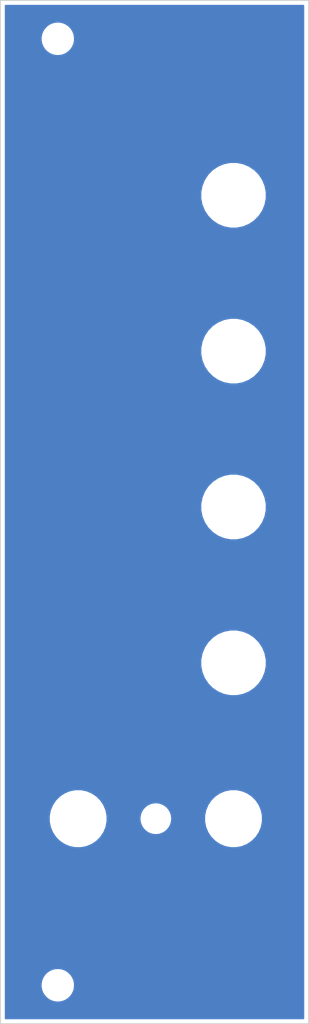
<source format=kicad_pcb>
(kicad_pcb (version 20171130) (host pcbnew 5.1.6-c6e7f7d~86~ubuntu20.04.1)

  (general
    (thickness 1.6)
    (drawings 12)
    (tracks 0)
    (zones 0)
    (modules 7)
    (nets 1)
  )

  (page A4)
  (title_block
    (title ADSR)
    (date 2019-09-22)
    (rev 01)
    (comment 1 "Original design by René Schmitz")
    (comment 2 "PCB for Panel")
    (comment 4 "License CC BY 4.0 - Attribution 4.0 International")
  )

  (layers
    (0 F.Cu signal)
    (31 B.Cu signal)
    (32 B.Adhes user)
    (33 F.Adhes user)
    (34 B.Paste user)
    (35 F.Paste user)
    (36 B.SilkS user)
    (37 F.SilkS user)
    (38 B.Mask user)
    (39 F.Mask user)
    (40 Dwgs.User user)
    (41 Cmts.User user)
    (42 Eco1.User user)
    (43 Eco2.User user)
    (44 Edge.Cuts user)
    (45 Margin user)
    (46 B.CrtYd user)
    (47 F.CrtYd user)
    (48 B.Fab user)
    (49 F.Fab user)
  )

  (setup
    (last_trace_width 0.25)
    (trace_clearance 0.2)
    (zone_clearance 0.508)
    (zone_45_only no)
    (trace_min 0.2)
    (via_size 0.8)
    (via_drill 0.4)
    (via_min_size 0.4)
    (via_min_drill 0.3)
    (uvia_size 0.3)
    (uvia_drill 0.1)
    (uvias_allowed no)
    (uvia_min_size 0.2)
    (uvia_min_drill 0.1)
    (edge_width 0.05)
    (segment_width 0.2)
    (pcb_text_width 0.3)
    (pcb_text_size 1.5 1.5)
    (mod_edge_width 0.12)
    (mod_text_size 1 1)
    (mod_text_width 0.15)
    (pad_size 5 5)
    (pad_drill 0)
    (pad_to_mask_clearance 0.051)
    (solder_mask_min_width 0.25)
    (aux_axis_origin 0 0)
    (visible_elements 7FFFFFFF)
    (pcbplotparams
      (layerselection 0x010f0_ffffffff)
      (usegerberextensions false)
      (usegerberattributes false)
      (usegerberadvancedattributes false)
      (creategerberjobfile false)
      (excludeedgelayer true)
      (linewidth 0.100000)
      (plotframeref false)
      (viasonmask false)
      (mode 1)
      (useauxorigin false)
      (hpglpennumber 1)
      (hpglpenspeed 20)
      (hpglpendiameter 15.000000)
      (psnegative false)
      (psa4output false)
      (plotreference true)
      (plotvalue true)
      (plotinvisibletext false)
      (padsonsilk false)
      (subtractmaskfromsilk false)
      (outputformat 1)
      (mirror false)
      (drillshape 0)
      (scaleselection 1)
      (outputdirectory "gerbers/"))
  )

  (net 0 "")

  (net_class Default "This is the default net class."
    (clearance 0.2)
    (trace_width 0.25)
    (via_dia 0.8)
    (via_drill 0.4)
    (uvia_dia 0.3)
    (uvia_drill 0.1)
  )

  (module elektrophon:panel_jack (layer F.Cu) (tedit 5DA46DDA) (tstamp 5D6B4C03)
    (at 55.88 132.08)
    (descr "Mounting Hole 8.4mm, no annular, M8")
    (tags "mounting hole 8.4mm no annular m8")
    (path /5D6B07F8)
    (attr virtual)
    (fp_text reference H7 (at 0 -9.4) (layer F.SilkS) hide
      (effects (font (size 1 1) (thickness 0.15)))
    )
    (fp_text value out (at 0 9.144) (layer F.Mask) hide
      (effects (font (size 2 1.4) (thickness 0.25)))
    )
    (fp_text user %R (at 0.3 0) (layer F.Fab) hide
      (effects (font (size 1 1) (thickness 0.15)))
    )
    (fp_circle (center 0 0) (end 4 0) (layer Cmts.User) (width 0.15))
    (fp_circle (center 0 0) (end 4.2 0) (layer F.CrtYd) (width 0.05))
    (pad "" np_thru_hole circle (at 0 0) (size 6.4 6.4) (drill 6.4) (layers *.Cu *.Mask))
    (model "${KIPRJMOD}/../../../lib/kicad/models/PJ301M-12 Thonkiconn v0.2.stp"
      (offset (xyz 0 0.8 -10.5))
      (scale (xyz 1 1 1))
      (rotate (xyz 0 0 0))
    )
  )

  (module elektrophon:panel_potentiometer (layer F.Cu) (tedit 5EE650CE) (tstamp 5D6B4BF9)
    (at 55.88 111.76)
    (descr "Mounting Hole 8.4mm, no annular, M8")
    (tags "mounting hole 8.4mm no annular m8")
    (path /5D6B02F1)
    (attr virtual)
    (fp_text reference H5 (at 0 -9.4) (layer F.SilkS) hide
      (effects (font (size 1 1) (thickness 0.15)))
    )
    (fp_text value release (at 0 9.144) (layer F.Mask) hide
      (effects (font (size 2 1.4) (thickness 0.25)))
    )
    (fp_text user %R (at 0.3 0) (layer F.Fab) hide
      (effects (font (size 1 1) (thickness 0.15)))
    )
    (fp_circle (center 0 0) (end 6.35 0) (layer Cmts.User) (width 0.15))
    (fp_circle (center 0 0) (end 6.6 0) (layer F.CrtYd) (width 0.05))
    (pad "" np_thru_hole circle (at 0 0) (size 7.4 7.4) (drill 7.4) (layers *.Cu *.Mask))
    (model ${KIPRJMOD}/../../../lib/kicad/models/ALPHA-RD901F-40.step
      (offset (xyz 0 0.5 -12))
      (scale (xyz 1 1 1))
      (rotate (xyz 0 0 0))
    )
  )

  (module elektrophon:panel_potentiometer (layer F.Cu) (tedit 5EE650CE) (tstamp 5D6B4BF4)
    (at 55.88 91.44)
    (descr "Mounting Hole 8.4mm, no annular, M8")
    (tags "mounting hole 8.4mm no annular m8")
    (path /5D6AFF0C)
    (attr virtual)
    (fp_text reference H4 (at 0 -9.4) (layer F.SilkS) hide
      (effects (font (size 1 1) (thickness 0.15)))
    )
    (fp_text value sustain (at 0 9.144) (layer F.Mask) hide
      (effects (font (size 2 1.4) (thickness 0.25)))
    )
    (fp_text user %R (at 0.3 0) (layer F.Fab) hide
      (effects (font (size 1 1) (thickness 0.15)))
    )
    (fp_circle (center 0 0) (end 6.35 0) (layer Cmts.User) (width 0.15))
    (fp_circle (center 0 0) (end 6.6 0) (layer F.CrtYd) (width 0.05))
    (pad "" np_thru_hole circle (at 0 0) (size 7.4 7.4) (drill 7.4) (layers *.Cu *.Mask))
    (model ${KIPRJMOD}/../../../lib/kicad/models/ALPHA-RD901F-40.step
      (offset (xyz 0 0.5 -12))
      (scale (xyz 1 1 1))
      (rotate (xyz 0 0 0))
    )
  )

  (module elektrophon:panel_potentiometer (layer F.Cu) (tedit 5EE650CE) (tstamp 5D6B4BEF)
    (at 55.88 71.12)
    (descr "Mounting Hole 8.4mm, no annular, M8")
    (tags "mounting hole 8.4mm no annular m8")
    (path /5D6AFC95)
    (attr virtual)
    (fp_text reference H3 (at 0 -9.4) (layer F.SilkS) hide
      (effects (font (size 1 1) (thickness 0.15)))
    )
    (fp_text value delay (at 0 9.144) (layer F.Mask) hide
      (effects (font (size 2 1.4) (thickness 0.25)))
    )
    (fp_text user %R (at 0.3 0) (layer F.Fab) hide
      (effects (font (size 1 1) (thickness 0.15)))
    )
    (fp_circle (center 0 0) (end 6.35 0) (layer Cmts.User) (width 0.15))
    (fp_circle (center 0 0) (end 6.6 0) (layer F.CrtYd) (width 0.05))
    (pad "" np_thru_hole circle (at 0 0) (size 7.4 7.4) (drill 7.4) (layers *.Cu *.Mask))
    (model ${KIPRJMOD}/../../../lib/kicad/models/ALPHA-RD901F-40.step
      (offset (xyz 0 0.5 -12))
      (scale (xyz 1 1 1))
      (rotate (xyz 0 0 0))
    )
  )

  (module elektrophon:panel_potentiometer (layer F.Cu) (tedit 5EE650CE) (tstamp 5D6B4BEA)
    (at 55.88 50.8)
    (descr "Mounting Hole 8.4mm, no annular, M8")
    (tags "mounting hole 8.4mm no annular m8")
    (path /5D6AFC22)
    (attr virtual)
    (fp_text reference H2 (at 0 -9.4) (layer F.SilkS) hide
      (effects (font (size 1 1) (thickness 0.15)))
    )
    (fp_text value attack (at 0 9.144) (layer F.Mask) hide
      (effects (font (size 2 1.4) (thickness 0.25)))
    )
    (fp_text user %R (at 0.3 0) (layer F.Fab) hide
      (effects (font (size 1 1) (thickness 0.15)))
    )
    (fp_circle (center 0 0) (end 6.35 0) (layer Cmts.User) (width 0.15))
    (fp_circle (center 0 0) (end 6.6 0) (layer F.CrtYd) (width 0.05))
    (pad "" np_thru_hole circle (at 0 0) (size 7.4 7.4) (drill 7.4) (layers *.Cu *.Mask))
    (model ${KIPRJMOD}/../../../lib/kicad/models/ALPHA-RD901F-40.step
      (offset (xyz 0 0.5 -12))
      (scale (xyz 1 1 1))
      (rotate (xyz 0 0 0))
    )
  )

  (module elektrophon:panel_jack (layer F.Cu) (tedit 5DA46DDA) (tstamp 5D6B4BE5)
    (at 35.56 132.08)
    (descr "Mounting Hole 8.4mm, no annular, M8")
    (tags "mounting hole 8.4mm no annular m8")
    (path /5D6B047C)
    (attr virtual)
    (fp_text reference H1 (at 0 -9.4) (layer F.SilkS) hide
      (effects (font (size 1 1) (thickness 0.15)))
    )
    (fp_text value in (at 0 9.144) (layer F.Mask) hide
      (effects (font (size 2 1.4) (thickness 0.25)))
    )
    (fp_text user %R (at 0.3 0) (layer F.Fab) hide
      (effects (font (size 1 1) (thickness 0.15)))
    )
    (fp_circle (center 0 0) (end 4 0) (layer Cmts.User) (width 0.15))
    (fp_circle (center 0 0) (end 4.2 0) (layer F.CrtYd) (width 0.05))
    (pad "" np_thru_hole circle (at 0 0) (size 6.4 6.4) (drill 6.4) (layers *.Cu *.Mask))
    (model "${KIPRJMOD}/../../../lib/kicad/models/PJ301M-12 Thonkiconn v0.2.stp"
      (offset (xyz 0 0.8 -10.5))
      (scale (xyz 1 1 1))
      (rotate (xyz 0 0 0))
    )
  )

  (module elektrophon:LED_Monitor (layer F.Cu) (tedit 5DE4F2C0) (tstamp 5D6B4BFE)
    (at 45.72 132.08)
    (descr "Imported from LED Monitor.svg")
    (tags svg2mod)
    (path /5D6B0CB4)
    (zone_connect 2)
    (attr smd)
    (fp_text reference H6 (at 0 -5.054774) (layer F.SilkS) hide
      (effects (font (size 1.524 1.524) (thickness 0.3048)))
    )
    (fp_text value LED (at 0 5.054774) (layer F.SilkS) hide
      (effects (font (size 1.524 1.524) (thickness 0.3048)))
    )
    (fp_circle (center 0 0) (end 1 0) (layer B.Mask) (width 2))
    (fp_circle (center 0 0) (end 1 0) (layer F.Mask) (width 2))
  )

  (gr_text R01 (at 60.12 155.09) (layer F.Cu)
    (effects (font (size 2 1.4) (thickness 0.25)))
  )
  (gr_text out (at 55.88 141.22) (layer F.Mask) (tstamp 5D87320C)
    (effects (font (size 2 1.4) (thickness 0.25)))
  )
  (gr_text in (at 35.58 141.2) (layer F.Mask) (tstamp 5D87320C)
    (effects (font (size 2 1.4) (thickness 0.25)))
  )
  (gr_text release (at 55.88 120.91) (layer F.Mask) (tstamp 5D87320C)
    (effects (font (size 2 1.4) (thickness 0.25)))
  )
  (gr_text sustain (at 55.88 100.58) (layer F.Mask) (tstamp 5D87320C)
    (effects (font (size 2 1.4) (thickness 0.25)))
  )
  (gr_text decay (at 55.87 80.27) (layer F.Mask) (tstamp 5D87320C)
    (effects (font (size 2 1.4) (thickness 0.25)))
  )
  (gr_text attack (at 55.88 59.95) (layer F.Mask)
    (effects (font (size 2 1.4) (thickness 0.25)))
  )
  (gr_text adsr (at 45.72 30.48) (layer F.Mask)
    (effects (font (size 3 3) (thickness 0.35)))
  )
  (gr_line (start 65.7 158.8) (end 25.4 158.8) (layer Edge.Cuts) (width 0.12))
  (gr_line (start 65.7 25.4) (end 65.7 158.8) (layer Edge.Cuts) (width 0.12))
  (gr_line (start 25.4 25.4) (end 25.4 158.8) (layer Edge.Cuts) (width 0.12))
  (gr_line (start 25.4 25.4) (end 65.7 25.4) (layer Edge.Cuts) (width 0.12))

  (zone (net 0) (net_name "") (layer B.Cu) (tstamp 5D874006) (hatch edge 0.508)
    (connect_pads (clearance 0.508))
    (min_thickness 0.254)
    (fill yes (arc_segments 32) (thermal_gap 0.508) (thermal_bridge_width 0.508))
    (polygon
      (pts
        (xy 25.39 25.34) (xy 65.72 25.41) (xy 65.69 158.79) (xy 25.41 158.79)
      )
    )
    (filled_polygon
      (pts
        (xy 65.005001 158.105) (xy 26.095 158.105) (xy 26.095 153.579872) (xy 30.665 153.579872) (xy 30.665 154.020128)
        (xy 30.75089 154.451925) (xy 30.919369 154.858669) (xy 31.163962 155.224729) (xy 31.475271 155.536038) (xy 31.841331 155.780631)
        (xy 32.248075 155.94911) (xy 32.679872 156.035) (xy 33.120128 156.035) (xy 33.551925 155.94911) (xy 33.958669 155.780631)
        (xy 34.324729 155.536038) (xy 34.636038 155.224729) (xy 34.880631 154.858669) (xy 35.04911 154.451925) (xy 35.135 154.020128)
        (xy 35.135 153.579872) (xy 35.04911 153.148075) (xy 34.880631 152.741331) (xy 34.636038 152.375271) (xy 34.324729 152.063962)
        (xy 33.958669 151.819369) (xy 33.551925 151.65089) (xy 33.120128 151.565) (xy 32.679872 151.565) (xy 32.248075 151.65089)
        (xy 31.841331 151.819369) (xy 31.475271 152.063962) (xy 31.163962 152.375271) (xy 30.919369 152.741331) (xy 30.75089 153.148075)
        (xy 30.665 153.579872) (xy 26.095 153.579872) (xy 26.095 131.702285) (xy 31.725 131.702285) (xy 31.725 132.457715)
        (xy 31.872377 133.198628) (xy 32.161467 133.896554) (xy 32.581161 134.52467) (xy 33.11533 135.058839) (xy 33.743446 135.478533)
        (xy 34.441372 135.767623) (xy 35.182285 135.915) (xy 35.937715 135.915) (xy 36.678628 135.767623) (xy 37.376554 135.478533)
        (xy 38.00467 135.058839) (xy 38.538839 134.52467) (xy 38.958533 133.896554) (xy 39.247623 133.198628) (xy 39.395 132.457715)
        (xy 39.395 132.076313) (xy 43.59301 132.076313) (xy 43.59381 132.139313) (xy 43.593926 132.143348) (xy 43.596726 132.206248)
        (xy 43.596969 132.210279) (xy 43.601769 132.273079) (xy 43.60214 132.277093) (xy 43.60894 132.339793) (xy 43.609417 132.343637)
        (xy 43.618117 132.406037) (xy 43.618744 132.410065) (xy 43.629444 132.472165) (xy 43.630208 132.476204) (xy 43.642908 132.537904)
        (xy 43.643756 132.541725) (xy 43.658356 132.603025) (xy 43.659333 132.606862) (xy 43.675833 132.667662) (xy 43.676946 132.671522)
        (xy 43.695346 132.731722) (xy 43.696561 132.735485) (xy 43.716861 132.795185) (xy 43.718261 132.799092) (xy 43.740461 132.857992)
        (xy 43.741862 132.861545) (xy 43.765862 132.919845) (xy 43.767429 132.923491) (xy 43.793229 132.980991) (xy 43.795028 132.984827)
        (xy 43.822728 133.041427) (xy 43.824485 133.044883) (xy 43.853885 133.100583) (xy 43.855748 133.103984) (xy 43.886848 133.158784)
        (xy 43.889008 133.162446) (xy 43.921908 133.216146) (xy 43.923944 133.21936) (xy 43.958444 133.27206) (xy 43.960733 133.275438)
        (xy 43.996933 133.327038) (xy 43.9993 133.3303) (xy 44.0371 133.3807) (xy 44.039471 133.383762) (xy 44.078771 133.432962)
        (xy 44.081418 133.436168) (xy 44.122318 133.484068) (xy 44.124873 133.486969) (xy 44.167273 133.533669) (xy 44.170096 133.536679)
        (xy 44.213896 133.581879) (xy 44.216617 133.584603) (xy 44.261817 133.628503) (xy 44.26483 133.631336) (xy 44.31143 133.673736)
        (xy 44.314432 133.676382) (xy 44.362332 133.717282) (xy 44.365415 133.719831) (xy 44.414615 133.759231) (xy 44.417671 133.761603)
        (xy 44.468071 133.799503) (xy 44.471367 133.8019) (xy 44.522867 133.8381) (xy 44.526199 133.840364) (xy 44.578899 133.874964)
        (xy 44.582254 133.877092) (xy 44.635954 133.909992) (xy 44.639377 133.912016) (xy 44.694077 133.943216) (xy 44.69756 133.945131)
        (xy 44.75326 133.974631) (xy 44.756873 133.976472) (xy 44.813473 134.004172) (xy 44.817066 134.005861) (xy 44.874466 134.031761)
        (xy 44.878355 134.033438) (xy 44.936655 134.057438) (xy 44.940032 134.058772) (xy 44.998932 134.081072) (xy 45.002953 134.082518)
        (xy 45.062553 134.102818) (xy 45.06625 134.104014) (xy 45.12655 134.122514) (xy 45.13035 134.123616) (xy 45.19115 134.140216)
        (xy 45.19513 134.141233) (xy 45.25633 134.155833) (xy 45.260236 134.1567) (xy 45.322036 134.1694) (xy 45.325806 134.170116)
        (xy 45.387806 134.180916) (xy 45.391865 134.181556) (xy 45.454265 134.190356) (xy 45.458307 134.19086) (xy 45.521007 134.19766)
        (xy 45.525021 134.198031) (xy 45.587821 134.202831) (xy 45.591651 134.203065) (xy 45.654551 134.205965) (xy 45.658586 134.206087)
        (xy 45.721586 134.206987) (xy 45.7374 134.20553) (xy 45.75553 134.206736) (xy 45.81853 134.204736) (xy 45.82256 134.204544)
        (xy 45.88546 134.200544) (xy 45.889298 134.200241) (xy 45.951998 134.194341) (xy 45.956224 134.193872) (xy 46.018724 134.185872)
        (xy 46.022366 134.185352) (xy 46.084566 134.175552) (xy 46.088776 134.174816) (xy 46.150676 134.162916) (xy 46.154506 134.162119)
        (xy 46.216006 134.148319) (xy 46.219855 134.147392) (xy 46.280855 134.131692) (xy 46.284675 134.130645) (xy 46.345175 134.113045)
        (xy 46.349013 134.111862) (xy 46.408913 134.092362) (xy 46.412775 134.091036) (xy 46.471975 134.069636) (xy 46.475723 134.068214)
        (xy 46.534323 134.044914) (xy 46.537987 134.04339) (xy 46.595787 134.01829) (xy 46.599402 134.016653) (xy 46.656402 133.989753)
        (xy 46.659964 133.988003) (xy 46.715964 133.959403) (xy 46.71962 133.95746) (xy 46.77482 133.92696) (xy 46.778117 133.925073)
        (xy 46.832317 133.892973) (xy 46.83594 133.890745) (xy 46.88904 133.856845) (xy 46.892213 133.854752) (xy 46.944313 133.819252)
        (xy 46.947606 133.816931) (xy 46.998506 133.779831) (xy 47.001726 133.777404) (xy 47.051426 133.738704) (xy 47.054445 133.736279)
        (xy 47.102945 133.696079) (xy 47.106099 133.693376) (xy 47.153299 133.651576) (xy 47.156242 133.648887) (xy 47.202042 133.605687)
        (xy 47.205004 133.6028) (xy 47.249404 133.5581) (xy 47.251976 133.555434) (xy 47.295076 133.509434) (xy 47.297952 133.506259)
        (xy 47.339452 133.458859) (xy 47.341859 133.456027) (xy 47.381959 133.407427) (xy 47.384551 133.404179) (xy 47.423051 133.354279)
        (xy 47.425392 133.351146) (xy 47.462292 133.300146) (xy 47.464759 133.296611) (xy 47.499959 133.244311) (xy 47.501977 133.241217)
        (xy 47.535577 133.188017) (xy 47.537666 133.184592) (xy 47.569666 133.130192) (xy 47.571747 133.126515) (xy 47.601847 133.071215)
        (xy 47.603568 133.06794) (xy 47.632068 133.01174) (xy 47.633921 133.007929) (xy 47.660521 132.950829) (xy 47.662069 132.947374)
        (xy 47.686969 132.889474) (xy 47.68852 132.8857) (xy 47.71152 132.8271) (xy 47.712974 132.82321) (xy 47.734074 132.76381)
        (xy 47.735299 132.760189) (xy 47.754599 132.700189) (xy 47.755806 132.696216) (xy 47.773106 132.635716) (xy 47.774101 132.632028)
        (xy 47.789601 132.570928) (xy 47.790556 132.566888) (xy 47.804056 132.505288) (xy 47.804863 132.501298) (xy 47.816363 132.439398)
        (xy 47.816988 132.435738) (xy 47.826688 132.373438) (xy 47.827271 132.36923) (xy 47.834871 132.30673) (xy 47.835278 132.302898)
        (xy 47.840978 132.240198) (xy 47.841281 132.236158) (xy 47.844981 132.173258) (xy 47.845154 132.169226) (xy 47.846854 132.106226)
        (xy 47.846899 132.102195) (xy 47.846599 132.039195) (xy 47.846515 132.035167) (xy 47.844215 131.972167) (xy 47.844018 131.968339)
        (xy 47.839818 131.905439) (xy 47.839482 131.901383) (xy 47.833282 131.838783) (xy 47.832821 131.834779) (xy 47.824621 131.772279)
        (xy 47.824026 131.768248) (xy 47.813826 131.706048) (xy 47.81315 131.702285) (xy 52.045 131.702285) (xy 52.045 132.457715)
        (xy 52.192377 133.198628) (xy 52.481467 133.896554) (xy 52.901161 134.52467) (xy 53.43533 135.058839) (xy 54.063446 135.478533)
        (xy 54.761372 135.767623) (xy 55.502285 135.915) (xy 56.257715 135.915) (xy 56.998628 135.767623) (xy 57.696554 135.478533)
        (xy 58.32467 135.058839) (xy 58.858839 134.52467) (xy 59.278533 133.896554) (xy 59.567623 133.198628) (xy 59.715 132.457715)
        (xy 59.715 131.702285) (xy 59.567623 130.961372) (xy 59.278533 130.263446) (xy 58.858839 129.63533) (xy 58.32467 129.101161)
        (xy 57.696554 128.681467) (xy 56.998628 128.392377) (xy 56.257715 128.245) (xy 55.502285 128.245) (xy 54.761372 128.392377)
        (xy 54.063446 128.681467) (xy 53.43533 129.101161) (xy 52.901161 129.63533) (xy 52.481467 130.263446) (xy 52.192377 130.961372)
        (xy 52.045 131.702285) (xy 47.81315 131.702285) (xy 47.813134 131.702198) (xy 47.801034 131.640398) (xy 47.800222 131.636567)
        (xy 47.786222 131.575167) (xy 47.785245 131.571178) (xy 47.769245 131.510178) (xy 47.768165 131.506314) (xy 47.750265 131.445914)
        (xy 47.749063 131.442081) (xy 47.729263 131.382281) (xy 47.728007 131.378669) (xy 47.706407 131.319469) (xy 47.704919 131.31559)
        (xy 47.681419 131.25719) (xy 47.679836 131.253432) (xy 47.654436 131.195732) (xy 47.65286 131.192291) (xy 47.62576 131.135391)
        (xy 47.623915 131.131675) (xy 47.595015 131.075775) (xy 47.593142 131.072287) (xy 47.562442 131.017187) (xy 47.560402 131.013659)
        (xy 47.528002 130.959659) (xy 47.525903 130.956283) (xy 47.491803 130.903283) (xy 47.489636 130.900025) (xy 47.453936 130.848125)
        (xy 47.451669 130.844936) (xy 47.414369 130.794136) (xy 47.411757 130.790703) (xy 47.372757 130.741203) (xy 47.370415 130.738318)
        (xy 47.330015 130.690018) (xy 47.327298 130.686876) (xy 47.285298 130.639876) (xy 47.282594 130.636944) (xy 47.239194 130.591344)
        (xy 47.236396 130.588495) (xy 47.191496 130.544195) (xy 47.188609 130.541435) (xy 47.142409 130.498635) (xy 47.139544 130.496061)
        (xy 47.092044 130.454661) (xy 47.088867 130.451982) (xy 47.040067 130.412182) (xy 47.036931 130.409705) (xy 46.986831 130.371405)
        (xy 46.983555 130.368983) (xy 46.932355 130.332383) (xy 46.929179 130.330185) (xy 46.876779 130.295085) (xy 46.873446 130.292927)
        (xy 46.820046 130.259527) (xy 46.816403 130.257332) (xy 46.761903 130.225732) (xy 46.758675 130.223923) (xy 46.703275 130.193923)
        (xy 46.699677 130.192048) (xy 46.643377 130.163848) (xy 46.639644 130.162054) (xy 46.582344 130.135654) (xy 46.578618 130.134009)
        (xy 46.520618 130.109509) (xy 46.517182 130.108116) (xy 46.458482 130.085316) (xy 46.454589 130.083877) (xy 46.395089 130.062977)
        (xy 46.39134 130.061726) (xy 46.33134 130.042726) (xy 46.327437 130.041558) (xy 46.266737 130.024458) (xy 46.26277 130.023409)
        (xy 46.20167 130.008309) (xy 46.198003 130.007461) (xy 46.136403 129.994161) (xy 46.132372 129.993358) (xy 46.070372 129.982058)
        (xy 46.066351 129.981392) (xy 46.004051 129.972092) (xy 46.000209 129.971578) (xy 45.937609 129.964178) (xy 45.93358 129.963767)
        (xy 45.87078 129.958367) (xy 45.866755 129.958085) (xy 45.803855 129.954685) (xy 45.800023 129.954536) (xy 45.737023 129.953036)
        (xy 45.732791 129.953006) (xy 45.669791 129.953606) (xy 45.665956 129.9537) (xy 45.603056 129.9562) (xy 45.599023 129.956425)
        (xy 45.536223 129.960925) (xy 45.532204 129.961277) (xy 45.469504 129.967777) (xy 45.465459 129.968262) (xy 45.403059 129.976762)
        (xy 45.399256 129.977339) (xy 45.337056 129.987739) (xy 45.333016 129.988482) (xy 45.271216 130.000882) (xy 45.267348 130.001721)
        (xy 45.206048 130.016021) (xy 45.202064 130.017018) (xy 45.141164 130.033318) (xy 45.137488 130.034362) (xy 45.077188 130.052462)
        (xy 45.073237 130.053718) (xy 45.013437 130.073818) (xy 45.009706 130.075138) (xy 44.950706 130.097038) (xy 44.947143 130.098421)
        (xy 44.888743 130.122121) (xy 44.884846 130.123779) (xy 44.827346 130.149379) (xy 44.823821 130.151014) (xy 44.767021 130.178414)
        (xy 44.763316 130.180276) (xy 44.707516 130.209476) (xy 44.704108 130.211326) (xy 44.649208 130.242226) (xy 44.645774 130.24423)
        (xy 44.591874 130.27683) (xy 44.588507 130.278939) (xy 44.535607 130.313239) (xy 44.532128 130.315578) (xy 44.480428 130.351578)
        (xy 44.477382 130.353766) (xy 44.426782 130.391266) (xy 44.423457 130.393816) (xy 44.374057 130.433016) (xy 44.370965 130.43555)
        (xy 44.322865 130.47625) (xy 44.319964 130.478782) (xy 44.273164 130.520882) (xy 44.270027 130.523801) (xy 44.224627 130.567501)
        (xy 44.221995 130.570109) (xy 44.177895 130.615109) (xy 44.175048 130.61811) (xy 44.132448 130.66451) (xy 44.129888 130.667385)
        (xy 44.088688 130.715085) (xy 44.086024 130.718273) (xy 44.046424 130.767273) (xy 44.04394 130.770449) (xy 44.00594 130.820649)
        (xy 44.003652 130.823769) (xy 43.967152 130.875169) (xy 43.964844 130.878533) (xy 43.930044 130.931033) (xy 43.927843 130.934471)
        (xy 43.894743 130.988071) (xy 43.892794 130.991335) (xy 43.861294 131.045935) (xy 43.85928 131.049562) (xy 43.82958 131.105162)
        (xy 43.827767 131.108689) (xy 43.799867 131.165089) (xy 43.798201 131.168589) (xy 43.772001 131.225889) (xy 43.770305 131.229768)
        (xy 43.746005 131.287968) (xy 43.744587 131.291512) (xy 43.722087 131.350312) (xy 43.720689 131.35415) (xy 43.700089 131.41365)
        (xy 43.698874 131.417342) (xy 43.680074 131.477542) (xy 43.678902 131.481524) (xy 43.662102 131.542224) (xy 43.661104 131.546058)
        (xy 43.646204 131.607258) (xy 43.645328 131.611116) (xy 43.632328 131.672816) (xy 43.631553 131.676814) (xy 43.620553 131.738814)
        (xy 43.619929 131.742673) (xy 43.610829 131.805073) (xy 43.610309 131.809088) (xy 43.603209 131.871688) (xy 43.602817 131.87572)
        (xy 43.597717 131.93852) (xy 43.597454 131.942548) (xy 43.594354 132.005448) (xy 43.594223 132.009281) (xy 43.593023 132.072281)
        (xy 43.59301 132.076313) (xy 39.395 132.076313) (xy 39.395 131.702285) (xy 39.247623 130.961372) (xy 38.958533 130.263446)
        (xy 38.538839 129.63533) (xy 38.00467 129.101161) (xy 37.376554 128.681467) (xy 36.678628 128.392377) (xy 35.937715 128.245)
        (xy 35.182285 128.245) (xy 34.441372 128.392377) (xy 33.743446 128.681467) (xy 33.11533 129.101161) (xy 32.581161 129.63533)
        (xy 32.161467 130.263446) (xy 31.872377 130.961372) (xy 31.725 131.702285) (xy 26.095 131.702285) (xy 26.095 111.33304)
        (xy 51.545 111.33304) (xy 51.545 112.18696) (xy 51.711592 113.024473) (xy 52.038373 113.813392) (xy 52.512786 114.523401)
        (xy 53.116599 115.127214) (xy 53.826608 115.601627) (xy 54.615527 115.928408) (xy 55.45304 116.095) (xy 56.30696 116.095)
        (xy 57.144473 115.928408) (xy 57.933392 115.601627) (xy 58.643401 115.127214) (xy 59.247214 114.523401) (xy 59.721627 113.813392)
        (xy 60.048408 113.024473) (xy 60.215 112.18696) (xy 60.215 111.33304) (xy 60.048408 110.495527) (xy 59.721627 109.706608)
        (xy 59.247214 108.996599) (xy 58.643401 108.392786) (xy 57.933392 107.918373) (xy 57.144473 107.591592) (xy 56.30696 107.425)
        (xy 55.45304 107.425) (xy 54.615527 107.591592) (xy 53.826608 107.918373) (xy 53.116599 108.392786) (xy 52.512786 108.996599)
        (xy 52.038373 109.706608) (xy 51.711592 110.495527) (xy 51.545 111.33304) (xy 26.095 111.33304) (xy 26.095 91.01304)
        (xy 51.545 91.01304) (xy 51.545 91.86696) (xy 51.711592 92.704473) (xy 52.038373 93.493392) (xy 52.512786 94.203401)
        (xy 53.116599 94.807214) (xy 53.826608 95.281627) (xy 54.615527 95.608408) (xy 55.45304 95.775) (xy 56.30696 95.775)
        (xy 57.144473 95.608408) (xy 57.933392 95.281627) (xy 58.643401 94.807214) (xy 59.247214 94.203401) (xy 59.721627 93.493392)
        (xy 60.048408 92.704473) (xy 60.215 91.86696) (xy 60.215 91.01304) (xy 60.048408 90.175527) (xy 59.721627 89.386608)
        (xy 59.247214 88.676599) (xy 58.643401 88.072786) (xy 57.933392 87.598373) (xy 57.144473 87.271592) (xy 56.30696 87.105)
        (xy 55.45304 87.105) (xy 54.615527 87.271592) (xy 53.826608 87.598373) (xy 53.116599 88.072786) (xy 52.512786 88.676599)
        (xy 52.038373 89.386608) (xy 51.711592 90.175527) (xy 51.545 91.01304) (xy 26.095 91.01304) (xy 26.095 70.69304)
        (xy 51.545 70.69304) (xy 51.545 71.54696) (xy 51.711592 72.384473) (xy 52.038373 73.173392) (xy 52.512786 73.883401)
        (xy 53.116599 74.487214) (xy 53.826608 74.961627) (xy 54.615527 75.288408) (xy 55.45304 75.455) (xy 56.30696 75.455)
        (xy 57.144473 75.288408) (xy 57.933392 74.961627) (xy 58.643401 74.487214) (xy 59.247214 73.883401) (xy 59.721627 73.173392)
        (xy 60.048408 72.384473) (xy 60.215 71.54696) (xy 60.215 70.69304) (xy 60.048408 69.855527) (xy 59.721627 69.066608)
        (xy 59.247214 68.356599) (xy 58.643401 67.752786) (xy 57.933392 67.278373) (xy 57.144473 66.951592) (xy 56.30696 66.785)
        (xy 55.45304 66.785) (xy 54.615527 66.951592) (xy 53.826608 67.278373) (xy 53.116599 67.752786) (xy 52.512786 68.356599)
        (xy 52.038373 69.066608) (xy 51.711592 69.855527) (xy 51.545 70.69304) (xy 26.095 70.69304) (xy 26.095 50.37304)
        (xy 51.545 50.37304) (xy 51.545 51.22696) (xy 51.711592 52.064473) (xy 52.038373 52.853392) (xy 52.512786 53.563401)
        (xy 53.116599 54.167214) (xy 53.826608 54.641627) (xy 54.615527 54.968408) (xy 55.45304 55.135) (xy 56.30696 55.135)
        (xy 57.144473 54.968408) (xy 57.933392 54.641627) (xy 58.643401 54.167214) (xy 59.247214 53.563401) (xy 59.721627 52.853392)
        (xy 60.048408 52.064473) (xy 60.215 51.22696) (xy 60.215 50.37304) (xy 60.048408 49.535527) (xy 59.721627 48.746608)
        (xy 59.247214 48.036599) (xy 58.643401 47.432786) (xy 57.933392 46.958373) (xy 57.144473 46.631592) (xy 56.30696 46.465)
        (xy 55.45304 46.465) (xy 54.615527 46.631592) (xy 53.826608 46.958373) (xy 53.116599 47.432786) (xy 52.512786 48.036599)
        (xy 52.038373 48.746608) (xy 51.711592 49.535527) (xy 51.545 50.37304) (xy 26.095 50.37304) (xy 26.095 30.179872)
        (xy 30.665 30.179872) (xy 30.665 30.620128) (xy 30.75089 31.051925) (xy 30.919369 31.458669) (xy 31.163962 31.824729)
        (xy 31.475271 32.136038) (xy 31.841331 32.380631) (xy 32.248075 32.54911) (xy 32.679872 32.635) (xy 33.120128 32.635)
        (xy 33.551925 32.54911) (xy 33.958669 32.380631) (xy 34.324729 32.136038) (xy 34.636038 31.824729) (xy 34.880631 31.458669)
        (xy 35.04911 31.051925) (xy 35.135 30.620128) (xy 35.135 30.179872) (xy 35.04911 29.748075) (xy 34.880631 29.341331)
        (xy 34.636038 28.975271) (xy 34.324729 28.663962) (xy 33.958669 28.419369) (xy 33.551925 28.25089) (xy 33.120128 28.165)
        (xy 32.679872 28.165) (xy 32.248075 28.25089) (xy 31.841331 28.419369) (xy 31.475271 28.663962) (xy 31.163962 28.975271)
        (xy 30.919369 29.341331) (xy 30.75089 29.748075) (xy 30.665 30.179872) (xy 26.095 30.179872) (xy 26.095 26.095)
        (xy 65.005 26.095)
      )
    )
  )
  (zone (net 0) (net_name "") (layer B.Cu) (tstamp 0) (hatch edge 0.508)
    (connect_pads (clearance 0.508))
    (min_thickness 0.254)
    (keepout (tracks allowed) (vias allowed) (copperpour not_allowed))
    (fill (arc_segments 32) (thermal_gap 0.508) (thermal_bridge_width 0.508))
    (polygon
      (pts
        (xy 45.72 132.08) (xy 45.7234 134.08) (xy 45.6604 134.0791) (xy 45.5975 134.0762) (xy 45.5347 134.0714)
        (xy 45.472 134.0646) (xy 45.4096 134.0558) (xy 45.3476 134.045) (xy 45.2858 134.0323) (xy 45.2246 134.0177)
        (xy 45.1638 134.0011) (xy 45.1035 133.9826) (xy 45.0439 133.9623) (xy 44.985 133.94) (xy 44.9267 133.916)
        (xy 44.8693 133.8901) (xy 44.8127 133.8624) (xy 44.757 133.8329) (xy 44.7023 133.8017) (xy 44.6486 133.7688)
        (xy 44.5959 133.7342) (xy 44.5444 133.698) (xy 44.494 133.6601) (xy 44.4448 133.6207) (xy 44.3969 133.5798)
        (xy 44.3503 133.5374) (xy 44.3051 133.4935) (xy 44.2613 133.4483) (xy 44.2189 133.4016) (xy 44.178 133.3537)
        (xy 44.1387 133.3045) (xy 44.1009 133.2541) (xy 44.0647 133.2025) (xy 44.0302 133.1498) (xy 43.9973 133.0961)
        (xy 43.9662 133.0413) (xy 43.9368 132.9856) (xy 43.9091 132.929) (xy 43.8833 132.8715) (xy 43.8593 132.8132)
        (xy 43.8371 132.7543) (xy 43.8168 132.6946) (xy 43.7984 132.6344) (xy 43.7819 132.5736) (xy 43.7673 132.5123)
        (xy 43.7546 132.4506) (xy 43.7439 132.3885) (xy 43.7352 132.3261) (xy 43.7284 132.2634) (xy 43.7236 132.2006)
        (xy 43.7208 132.1377) (xy 43.72 132.0747) (xy 43.7212 132.0117) (xy 43.7243 131.9488) (xy 43.7294 131.886)
        (xy 43.7365 131.8234) (xy 43.7456 131.761) (xy 43.7566 131.699) (xy 43.7696 131.6373) (xy 43.7845 131.5761)
        (xy 43.8013 131.5154) (xy 43.8201 131.4552) (xy 43.8407 131.3957) (xy 43.8632 131.3369) (xy 43.8875 131.2787)
        (xy 43.9137 131.2214) (xy 43.9416 131.165) (xy 43.9713 131.1094) (xy 44.0028 131.0548) (xy 44.0359 131.0012)
        (xy 44.0707 130.9487) (xy 44.1072 130.8973) (xy 44.1452 130.8471) (xy 44.1848 130.7981) (xy 44.226 130.7504)
        (xy 44.2686 130.704) (xy 44.3127 130.659) (xy 44.3581 130.6153) (xy 44.4049 130.5732) (xy 44.453 130.5325)
        (xy 44.5024 130.4933) (xy 44.553 130.4558) (xy 44.6047 130.4198) (xy 44.6576 130.3855) (xy 44.7115 130.3529)
        (xy 44.7664 130.322) (xy 44.8222 130.2928) (xy 44.879 130.2654) (xy 44.9365 130.2398) (xy 44.9949 130.2161)
        (xy 45.0539 130.1942) (xy 45.1137 130.1741) (xy 45.174 130.156) (xy 45.2349 130.1397) (xy 45.2962 130.1254)
        (xy 45.358 130.113) (xy 45.4202 130.1026) (xy 45.4826 130.0941) (xy 45.5453 130.0876) (xy 45.6081 130.0831)
        (xy 45.671 130.0806) (xy 45.734 130.08) (xy 45.797 130.0815) (xy 45.8599 130.0849) (xy 45.9227 130.0903)
        (xy 45.9853 130.0977) (xy 46.0476 130.107) (xy 46.1096 130.1183) (xy 46.1712 130.1316) (xy 46.2323 130.1467)
        (xy 46.293 130.1638) (xy 46.353 130.1828) (xy 46.4125 130.2037) (xy 46.4712 130.2265) (xy 46.5292 130.251)
        (xy 46.5865 130.2774) (xy 46.6428 130.3056) (xy 46.6982 130.3356) (xy 46.7527 130.3672) (xy 46.8061 130.4006)
        (xy 46.8585 130.4357) (xy 46.9097 130.4723) (xy 46.9598 130.5106) (xy 47.0086 130.5504) (xy 47.0561 130.5918)
        (xy 47.1023 130.6346) (xy 47.1472 130.6789) (xy 47.1906 130.7245) (xy 47.2326 130.7715) (xy 47.273 130.8198)
        (xy 47.312 130.8693) (xy 47.3493 130.9201) (xy 47.385 130.972) (xy 47.4191 131.025) (xy 47.4515 131.079)
        (xy 47.4822 131.1341) (xy 47.5111 131.19) (xy 47.5382 131.2469) (xy 47.5636 131.3046) (xy 47.5871 131.363)
        (xy 47.6087 131.4222) (xy 47.6285 131.482) (xy 47.6464 131.5424) (xy 47.6624 131.6034) (xy 47.6764 131.6648)
        (xy 47.6885 131.7266) (xy 47.6987 131.7888) (xy 47.7069 131.8513) (xy 47.7131 131.9139) (xy 47.7173 131.9768)
        (xy 47.7196 132.0398) (xy 47.7199 132.1028) (xy 47.7182 132.1658) (xy 47.7145 132.2287) (xy 47.7088 132.2914)
        (xy 47.7012 132.3539) (xy 47.6915 132.4162) (xy 47.68 132.4781) (xy 47.6665 132.5397) (xy 47.651 132.6008)
        (xy 47.6337 132.6613) (xy 47.6144 132.7213) (xy 47.5933 132.7807) (xy 47.5703 132.8393) (xy 47.5454 132.8972)
        (xy 47.5188 132.9543) (xy 47.4903 133.0105) (xy 47.4602 133.0658) (xy 47.4282 133.1202) (xy 47.3946 133.1734)
        (xy 47.3594 133.2257) (xy 47.3225 133.2767) (xy 47.284 133.3266) (xy 47.2439 133.3752) (xy 47.2024 133.4226)
        (xy 47.1593 133.4686) (xy 47.1149 133.5133) (xy 47.0691 133.5565) (xy 47.0219 133.5983) (xy 46.9734 133.6385)
        (xy 46.9237 133.6772) (xy 46.8728 133.7143) (xy 46.8207 133.7498) (xy 46.7676 133.7837) (xy 46.7134 133.8158)
        (xy 46.6582 133.8463) (xy 46.6022 133.8749) (xy 46.5452 133.9018) (xy 46.4874 133.9269) (xy 46.4288 133.9502)
        (xy 46.3696 133.9716) (xy 46.3097 133.9911) (xy 46.2492 134.0087) (xy 46.1882 134.0244) (xy 46.1267 134.0382)
        (xy 46.0648 134.0501) (xy 46.0026 134.0599) (xy 45.9401 134.0679) (xy 45.8774 134.0738) (xy 45.8145 134.0778)
        (xy 45.7515 134.0798)
      )
    )
  )
)

</source>
